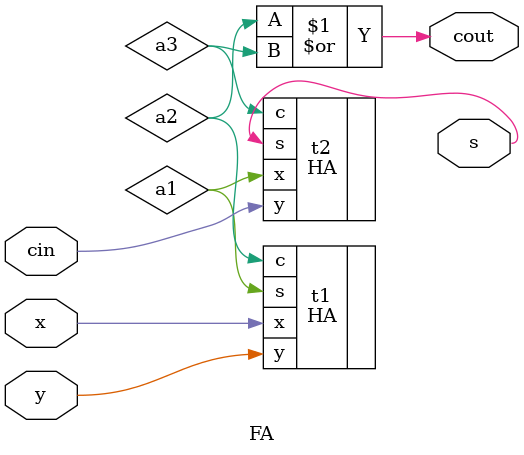
<source format=v>
module FA(x,y,cin,cout,s);

output cout,s;
input x,y,cin;
wire a1,a2,a3;

HA t1(.s(a1),.c(a2),.x(x),.y(y));
HA t2(.s(s),.c(a3),.x(a1),.y(cin));
or o1(cout,a2,a3);

endmodule


</source>
